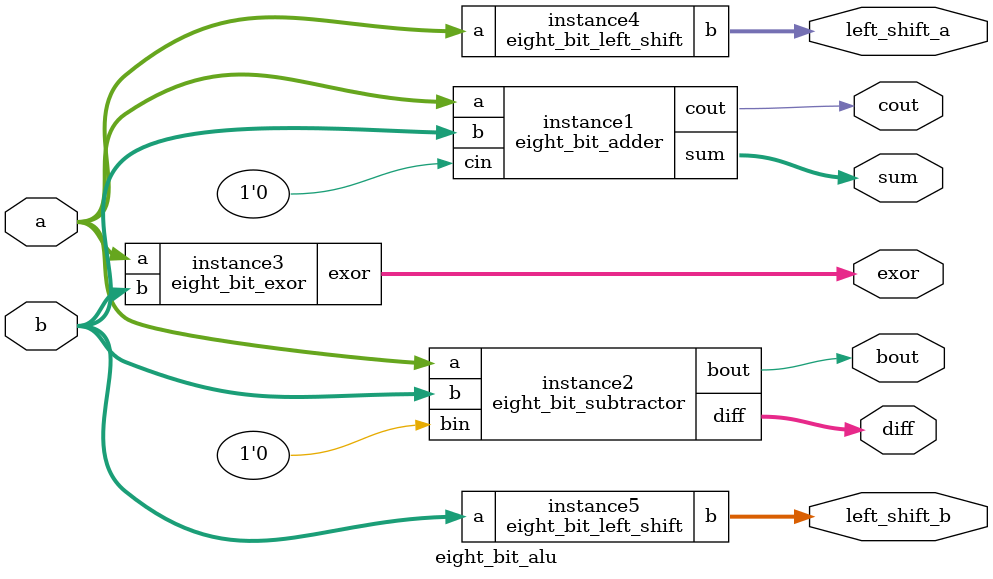
<source format=v>
module eight_bit_subtractor(input [7:0] a, b, input bin, output [7:0] diff, output bout);
	wire [8:0] res;

	assign res = a - b - bin;

	assign diff = res[7:0];

	assign bout = res[8];

endmodule

module eight_bit_adder(input [7:0] a, b, input cin, output [7:0] sum, output cout);
	wire [8:0] res;

	assign res = a + b + cin;

	assign sum = res[7:0];

	assign cout = res[8];

endmodule

module eight_bit_exor (input [7:0] a, b, output [7:0] exor);
	assign exor = a ^ b;
endmodule

module eight_bit_left_shift(input [7:0] a, output [7:0] b);
	assign b = a << 1;
endmodule

module eight_bit_alu (input [7:0] a, b, output [7:0] sum, output cout, output [7:0] diff, output bout, output [7:0] exor, left_shift_a, left_shift_b);
	eight_bit_adder instance1 (a, b, 1'b0, sum, cout);
	eight_bit_subtractor instance2 (a, b, 1'b0, diff, bout);
	eight_bit_exor instance3 (a, b, exor);
	eight_bit_left_shift instance4 (a, left_shift_a);
	eight_bit_left_shift instance5 (b, left_shift_b);
endmodule

	
	
</source>
